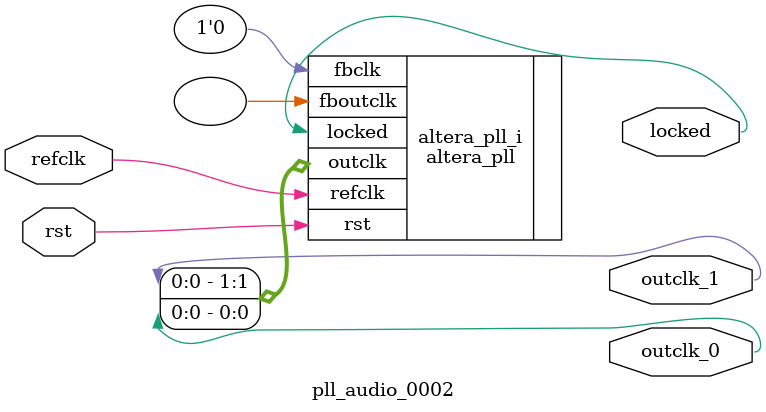
<source format=v>
`timescale 1ns/10ps
module  pll_audio_0002(

	// interface 'refclk'
	input wire refclk,

	// interface 'reset'
	input wire rst,

	// interface 'outclk0'
	output wire outclk_0,

	// interface 'outclk1'
	output wire outclk_1,

	// interface 'locked'
	output wire locked
);

	altera_pll #(
		.fractional_vco_multiplier("true"),
		.reference_clock_frequency("50.0 MHz"),
		.operation_mode("direct"),
		.number_of_clocks(2),
		.output_clock_frequency0("24.575999 MHz"),
		.phase_shift0("0 ps"),
		.duty_cycle0(50),
		.output_clock_frequency1("14.316115 MHz"),
		.phase_shift1("0 ps"),
		.duty_cycle1(50),
		.output_clock_frequency2("0 MHz"),
		.phase_shift2("0 ps"),
		.duty_cycle2(50),
		.output_clock_frequency3("0 MHz"),
		.phase_shift3("0 ps"),
		.duty_cycle3(50),
		.output_clock_frequency4("0 MHz"),
		.phase_shift4("0 ps"),
		.duty_cycle4(50),
		.output_clock_frequency5("0 MHz"),
		.phase_shift5("0 ps"),
		.duty_cycle5(50),
		.output_clock_frequency6("0 MHz"),
		.phase_shift6("0 ps"),
		.duty_cycle6(50),
		.output_clock_frequency7("0 MHz"),
		.phase_shift7("0 ps"),
		.duty_cycle7(50),
		.output_clock_frequency8("0 MHz"),
		.phase_shift8("0 ps"),
		.duty_cycle8(50),
		.output_clock_frequency9("0 MHz"),
		.phase_shift9("0 ps"),
		.duty_cycle9(50),
		.output_clock_frequency10("0 MHz"),
		.phase_shift10("0 ps"),
		.duty_cycle10(50),
		.output_clock_frequency11("0 MHz"),
		.phase_shift11("0 ps"),
		.duty_cycle11(50),
		.output_clock_frequency12("0 MHz"),
		.phase_shift12("0 ps"),
		.duty_cycle12(50),
		.output_clock_frequency13("0 MHz"),
		.phase_shift13("0 ps"),
		.duty_cycle13(50),
		.output_clock_frequency14("0 MHz"),
		.phase_shift14("0 ps"),
		.duty_cycle14(50),
		.output_clock_frequency15("0 MHz"),
		.phase_shift15("0 ps"),
		.duty_cycle15(50),
		.output_clock_frequency16("0 MHz"),
		.phase_shift16("0 ps"),
		.duty_cycle16(50),
		.output_clock_frequency17("0 MHz"),
		.phase_shift17("0 ps"),
		.duty_cycle17(50),
		.pll_type("General"),
		.pll_subtype("General")
	) altera_pll_i (
		.rst	(rst),
		.outclk	({outclk_1, outclk_0}),
		.locked	(locked),
		.fboutclk	( ),
		.fbclk	(1'b0),
		.refclk	(refclk)
	);
endmodule


</source>
